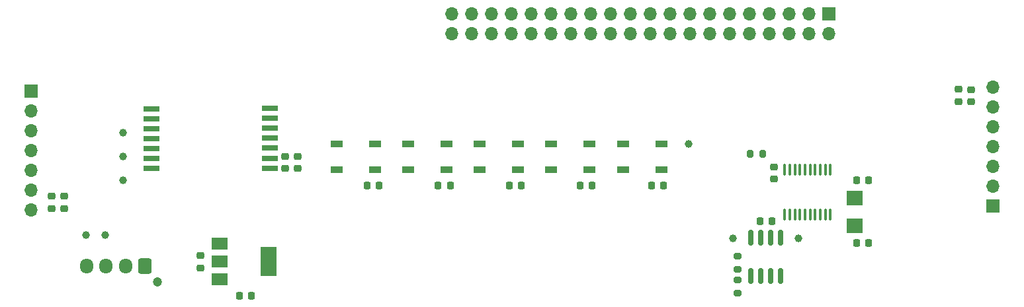
<source format=gts>
G04 #@! TF.GenerationSoftware,KiCad,Pcbnew,7.0.8*
G04 #@! TF.CreationDate,2024-01-27T08:45:00-08:00*
G04 #@! TF.ProjectId,FacePlate,46616365-506c-4617-9465-2e6b69636164,rev?*
G04 #@! TF.SameCoordinates,Original*
G04 #@! TF.FileFunction,Soldermask,Top*
G04 #@! TF.FilePolarity,Negative*
%FSLAX46Y46*%
G04 Gerber Fmt 4.6, Leading zero omitted, Abs format (unit mm)*
G04 Created by KiCad (PCBNEW 7.0.8) date 2024-01-27 08:45:00*
%MOMM*%
%LPD*%
G01*
G04 APERTURE LIST*
G04 Aperture macros list*
%AMRoundRect*
0 Rectangle with rounded corners*
0 $1 Rounding radius*
0 $2 $3 $4 $5 $6 $7 $8 $9 X,Y pos of 4 corners*
0 Add a 4 corners polygon primitive as box body*
4,1,4,$2,$3,$4,$5,$6,$7,$8,$9,$2,$3,0*
0 Add four circle primitives for the rounded corners*
1,1,$1+$1,$2,$3*
1,1,$1+$1,$4,$5*
1,1,$1+$1,$6,$7*
1,1,$1+$1,$8,$9*
0 Add four rect primitives between the rounded corners*
20,1,$1+$1,$2,$3,$4,$5,0*
20,1,$1+$1,$4,$5,$6,$7,0*
20,1,$1+$1,$6,$7,$8,$9,0*
20,1,$1+$1,$8,$9,$2,$3,0*%
G04 Aperture macros list end*
%ADD10R,2.006600X1.930400*%
%ADD11RoundRect,0.225000X-0.225000X-0.250000X0.225000X-0.250000X0.225000X0.250000X-0.225000X0.250000X0*%
%ADD12RoundRect,0.225000X0.225000X0.250000X-0.225000X0.250000X-0.225000X-0.250000X0.225000X-0.250000X0*%
%ADD13RoundRect,0.225000X0.250000X-0.225000X0.250000X0.225000X-0.250000X0.225000X-0.250000X-0.225000X0*%
%ADD14R,1.700000X1.700000*%
%ADD15O,1.700000X1.700000*%
%ADD16R,1.500000X0.900000*%
%ADD17C,1.000000*%
%ADD18RoundRect,0.200000X0.275000X-0.200000X0.275000X0.200000X-0.275000X0.200000X-0.275000X-0.200000X0*%
%ADD19RoundRect,0.100000X0.100000X-0.637500X0.100000X0.637500X-0.100000X0.637500X-0.100000X-0.637500X0*%
%ADD20R,2.000000X0.800000*%
%ADD21RoundRect,0.225000X-0.250000X0.225000X-0.250000X-0.225000X0.250000X-0.225000X0.250000X0.225000X0*%
%ADD22RoundRect,0.150000X-0.150000X0.825000X-0.150000X-0.825000X0.150000X-0.825000X0.150000X0.825000X0*%
%ADD23RoundRect,0.200000X-0.200000X-0.275000X0.200000X-0.275000X0.200000X0.275000X-0.200000X0.275000X0*%
%ADD24R,2.000000X1.500000*%
%ADD25R,2.000000X3.800000*%
%ADD26C,1.200000*%
%ADD27RoundRect,0.250000X0.600000X0.725000X-0.600000X0.725000X-0.600000X-0.725000X0.600000X-0.725000X0*%
%ADD28O,1.700000X1.950000*%
G04 APERTURE END LIST*
D10*
X209600000Y-82609300D03*
X209600000Y-86190700D03*
D11*
X209825000Y-88400000D03*
X211375000Y-88400000D03*
X209825000Y-80400000D03*
X211375000Y-80400000D03*
D12*
X132375000Y-95200000D03*
X130825000Y-95200000D03*
D13*
X125800000Y-91600000D03*
X125800000Y-90050000D03*
D14*
X104140000Y-68925600D03*
D15*
X104140000Y-71465600D03*
X104140000Y-74005600D03*
X104140000Y-76545600D03*
X104140000Y-79085600D03*
X104140000Y-81625600D03*
X104140000Y-84165600D03*
D16*
X184800000Y-79000000D03*
X184800000Y-75700000D03*
X179900000Y-75700000D03*
X179900000Y-79000000D03*
D11*
X165331000Y-81045000D03*
X166881000Y-81045000D03*
D17*
X115900000Y-80400000D03*
D11*
X156256000Y-81045000D03*
X157806000Y-81045000D03*
D16*
X166475000Y-79000000D03*
X166475000Y-75700000D03*
X161575000Y-75700000D03*
X161575000Y-79000000D03*
D13*
X136700000Y-78875000D03*
X136700000Y-77325000D03*
D11*
X147156000Y-80995000D03*
X148706000Y-80995000D03*
D16*
X157312500Y-79000000D03*
X157312500Y-75700000D03*
X152412500Y-75700000D03*
X152412500Y-79000000D03*
D11*
X174431000Y-81045000D03*
X175981000Y-81045000D03*
D17*
X188300000Y-75700000D03*
D18*
X194564000Y-94805000D03*
X194564000Y-93155000D03*
D16*
X175637500Y-79000000D03*
X175637500Y-75700000D03*
X170737500Y-75700000D03*
X170737500Y-79000000D03*
D19*
X200600000Y-84725000D03*
X201250000Y-84725000D03*
X201900000Y-84725000D03*
X202550000Y-84725000D03*
X203200000Y-84725000D03*
X203850000Y-84725000D03*
X204500000Y-84725000D03*
X205150000Y-84725000D03*
X205800000Y-84725000D03*
X206450000Y-84725000D03*
X206450000Y-79000000D03*
X205800000Y-79000000D03*
X205150000Y-79000000D03*
X204500000Y-79000000D03*
X203850000Y-79000000D03*
X203200000Y-79000000D03*
X202550000Y-79000000D03*
X201900000Y-79000000D03*
X201250000Y-79000000D03*
X200600000Y-79000000D03*
D13*
X108400000Y-83975000D03*
X108400000Y-82425000D03*
X106800000Y-83975000D03*
X106800000Y-82425000D03*
D14*
X227250000Y-83700000D03*
D15*
X227250000Y-81160000D03*
X227250000Y-78620000D03*
X227250000Y-76080000D03*
X227250000Y-73540000D03*
X227250000Y-71000000D03*
X227250000Y-68460000D03*
D17*
X111200000Y-87376750D03*
D20*
X119590000Y-78800000D03*
X119590000Y-77530000D03*
X119590000Y-76260000D03*
X119590000Y-74990000D03*
X119590000Y-73720000D03*
X119590000Y-72450000D03*
X119590000Y-71180000D03*
X134690000Y-71120000D03*
X134690000Y-72390000D03*
X134690000Y-73660000D03*
X134690000Y-74930000D03*
X134690000Y-76200000D03*
X134690000Y-77530000D03*
X134690000Y-78800000D03*
D18*
X194564000Y-90107000D03*
X194564000Y-91757000D03*
D21*
X224475000Y-68725000D03*
X224475000Y-70275000D03*
D22*
X200105000Y-92675000D03*
X198835000Y-92675000D03*
X197565000Y-92675000D03*
X196295000Y-92675000D03*
X196295000Y-87725000D03*
X197565000Y-87725000D03*
X198835000Y-87725000D03*
X200105000Y-87725000D03*
D17*
X115900000Y-77350000D03*
D13*
X138250000Y-78875000D03*
X138250000Y-77325000D03*
D11*
X183531000Y-81045000D03*
X185081000Y-81045000D03*
D17*
X113600000Y-87376750D03*
D21*
X222850000Y-68700000D03*
X222850000Y-70250000D03*
D17*
X202400000Y-87800000D03*
D16*
X148150000Y-79000000D03*
X148150000Y-75700000D03*
X143250000Y-75700000D03*
X143250000Y-79000000D03*
D11*
X197425000Y-85600000D03*
X198975000Y-85600000D03*
D17*
X194000000Y-87800000D03*
D21*
X199200000Y-78625000D03*
X199200000Y-80175000D03*
D17*
X115900000Y-74300000D03*
D23*
X196175000Y-77000000D03*
X197825000Y-77000000D03*
D14*
X206248000Y-59000000D03*
D15*
X206248000Y-61540000D03*
X203708000Y-59000000D03*
X203708000Y-61540000D03*
X201168000Y-59000000D03*
X201168000Y-61540000D03*
X198628000Y-59000000D03*
X198628000Y-61540000D03*
X196088000Y-59000000D03*
X196088000Y-61540000D03*
X193548000Y-59000000D03*
X193548000Y-61540000D03*
X191008000Y-59000000D03*
X191008000Y-61540000D03*
X188468000Y-59000000D03*
X188468000Y-61540000D03*
X185928000Y-59000000D03*
X185928000Y-61540000D03*
X183388000Y-59000000D03*
X183388000Y-61540000D03*
X180848000Y-59000000D03*
X180848000Y-61540000D03*
X178308000Y-59000000D03*
X178308000Y-61540000D03*
X175768000Y-59000000D03*
X175768000Y-61540000D03*
X173228000Y-59000000D03*
X173228000Y-61540000D03*
X170688000Y-59000000D03*
X170688000Y-61540000D03*
X168148000Y-59000000D03*
X168148000Y-61540000D03*
X165608000Y-59000000D03*
X165608000Y-61540000D03*
X163068000Y-59000000D03*
X163068000Y-61540000D03*
X160528000Y-59000000D03*
X160528000Y-61540000D03*
X157988000Y-59000000D03*
X157988000Y-61540000D03*
D24*
X128250000Y-88500000D03*
X128250000Y-90800000D03*
D25*
X134550000Y-90800000D03*
D24*
X128250000Y-93100000D03*
D26*
X120350000Y-93400000D03*
D27*
X118750000Y-91400000D03*
D28*
X116250000Y-91400000D03*
X113750000Y-91400000D03*
X111250000Y-91400000D03*
M02*

</source>
